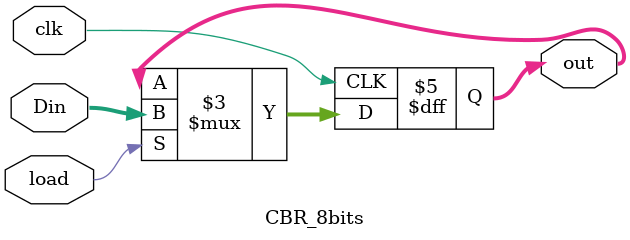
<source format=v>
module CBR_8bits(out,Din,clk,load);
input clk,load;
input [7:0]Din;
output reg[7:0]out;
always @(negedge clk)
   if(load)                //it is controlled by load input.
   out=Din;
endmodule

//in case of Uncontrolled Buffer register there is no load input to controll in/out.
//the rest part of code is correct for UBR also.
</source>
